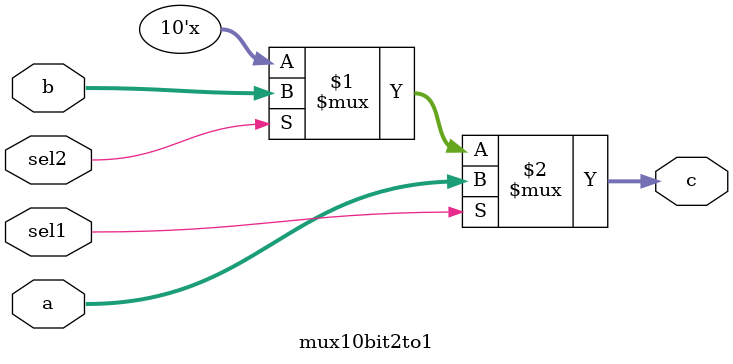
<source format=v>
module mux10bit2to1(input [9:0]a,b,input sel1,sel2,output [9:0]c);
	assign c = sel1 ? a : (sel2 ? b : 10'bz);
endmodule

</source>
